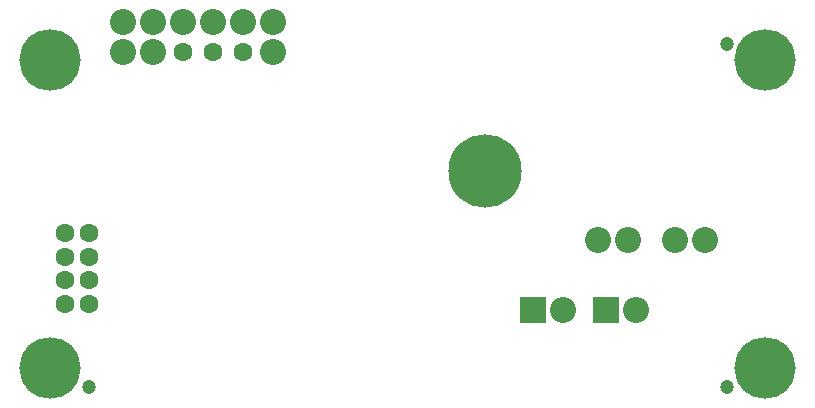
<source format=gbs>
G04 Layer_Color=16711935*
%FSLAX44Y44*%
%MOMM*%
G71*
G01*
G75*
%ADD23C,1.2000*%
%ADD26C,2.2032*%
%ADD27C,1.6032*%
%ADD28R,2.2032X2.2032*%
%ADD29C,5.2032*%
%ADD30C,6.2032*%
D23*
X71070Y12758D02*
D03*
X611070D02*
D03*
Y302758D02*
D03*
D26*
X99739Y321377D02*
D03*
Y295977D02*
D03*
X125139Y321377D02*
D03*
Y295977D02*
D03*
X150539Y321377D02*
D03*
X175939D02*
D03*
X201339D02*
D03*
X226739Y295977D02*
D03*
Y321377D02*
D03*
X527149Y136673D02*
D03*
X501749D02*
D03*
X592649D02*
D03*
X567249D02*
D03*
X534290Y77841D02*
D03*
X472752Y77963D02*
D03*
D27*
X150539Y295977D02*
D03*
X175939D02*
D03*
X201339D02*
D03*
X51070Y82758D02*
D03*
X71070D02*
D03*
X51070Y102758D02*
D03*
X71070D02*
D03*
X51070Y122758D02*
D03*
X71070D02*
D03*
X51070Y142758D02*
D03*
X71070D02*
D03*
D28*
X508890Y77841D02*
D03*
X447352Y77963D02*
D03*
D29*
X643230Y28958D02*
D03*
X38230Y28958D02*
D03*
X643230Y288958D02*
D03*
X38230D02*
D03*
D30*
X406749Y195673D02*
D03*
M02*

</source>
